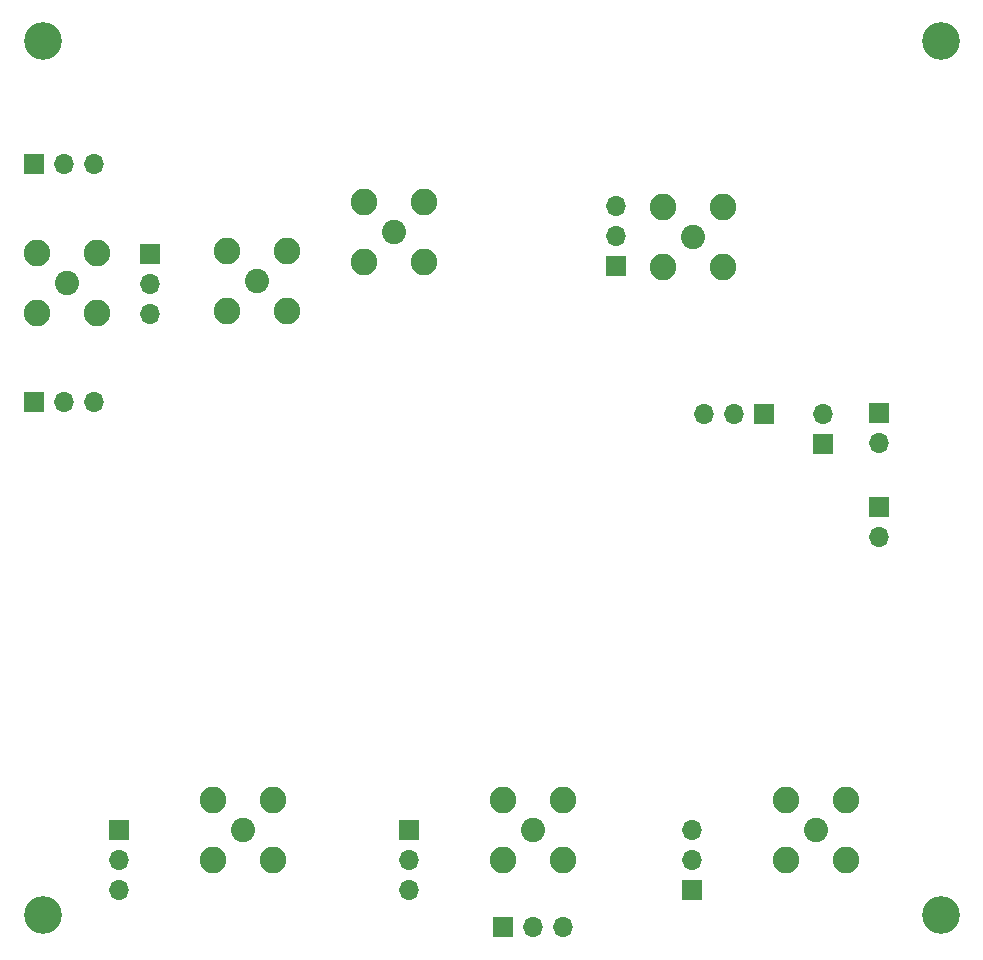
<source format=gbr>
%TF.GenerationSoftware,KiCad,Pcbnew,7.0.7*%
%TF.CreationDate,2023-11-17T01:25:33+08:00*%
%TF.ProjectId,Isolated Power Supply and LDO Verification,49736f6c-6174-4656-9420-506f77657220,rev?*%
%TF.SameCoordinates,Original*%
%TF.FileFunction,Soldermask,Bot*%
%TF.FilePolarity,Negative*%
%FSLAX46Y46*%
G04 Gerber Fmt 4.6, Leading zero omitted, Abs format (unit mm)*
G04 Created by KiCad (PCBNEW 7.0.7) date 2023-11-17 01:25:33*
%MOMM*%
%LPD*%
G01*
G04 APERTURE LIST*
%ADD10C,2.050000*%
%ADD11C,2.250000*%
%ADD12R,1.700000X1.700000*%
%ADD13O,1.700000X1.700000*%
%ADD14C,3.200000*%
G04 APERTURE END LIST*
D10*
%TO.C,J107*%
X126700000Y-48140000D03*
D11*
X124160000Y-45600000D03*
X124160000Y-50680000D03*
X129240000Y-45600000D03*
X129240000Y-50680000D03*
%TD*%
D12*
%TO.C,J102*%
X96215000Y-62520000D03*
D13*
X98755000Y-62520000D03*
X101295000Y-62520000D03*
%TD*%
D12*
%TO.C,J103*%
X167790000Y-63500000D03*
D13*
X167790000Y-66040000D03*
%TD*%
D14*
%TO.C,H103*%
X173000000Y-106000000D03*
%TD*%
D10*
%TO.C,J116*%
X162460000Y-98790000D03*
D11*
X165000000Y-96250000D03*
X159920000Y-96250000D03*
X165000000Y-101330000D03*
X159920000Y-101330000D03*
%TD*%
D10*
%TO.C,J104*%
X99000000Y-52460000D03*
D11*
X96460000Y-49920000D03*
X96460000Y-55000000D03*
X101540000Y-49920000D03*
X101540000Y-55000000D03*
%TD*%
D12*
%TO.C,J113*%
X103460000Y-98750000D03*
D13*
X103460000Y-101290000D03*
X103460000Y-103830000D03*
%TD*%
D10*
%TO.C,J109*%
X113960000Y-98790000D03*
D11*
X116500000Y-96250000D03*
X111420000Y-96250000D03*
X116500000Y-101330000D03*
X111420000Y-101330000D03*
%TD*%
D10*
%TO.C,J115*%
X152000000Y-48540000D03*
D11*
X149460000Y-46000000D03*
X149460000Y-51080000D03*
X154540000Y-46000000D03*
X154540000Y-51080000D03*
%TD*%
D12*
%TO.C,J106*%
X106040000Y-49995000D03*
D13*
X106040000Y-52535000D03*
X106040000Y-55075000D03*
%TD*%
D12*
%TO.C,J105*%
X158040000Y-63540000D03*
D13*
X155500000Y-63540000D03*
X152960000Y-63540000D03*
%TD*%
D10*
%TO.C,J108*%
X115100000Y-52340000D03*
D11*
X112560000Y-49800000D03*
X112560000Y-54880000D03*
X117640000Y-49800000D03*
X117640000Y-54880000D03*
%TD*%
D12*
%TO.C,J118*%
X163000000Y-66080000D03*
D13*
X163000000Y-63540000D03*
%TD*%
D12*
%TO.C,J114*%
X145540000Y-51040000D03*
D13*
X145540000Y-48500000D03*
X145540000Y-45960000D03*
%TD*%
D12*
%TO.C,J101*%
X96215000Y-42420000D03*
D13*
X98755000Y-42420000D03*
X101295000Y-42420000D03*
%TD*%
D12*
%TO.C,J112*%
X135920001Y-107000000D03*
D13*
X138460001Y-107000000D03*
X141000001Y-107000000D03*
%TD*%
D10*
%TO.C,J110*%
X138460000Y-98790000D03*
D11*
X135920000Y-101330000D03*
X141000000Y-101330000D03*
X135920000Y-96250000D03*
X141000000Y-96250000D03*
%TD*%
D12*
%TO.C,J117*%
X151960000Y-103830000D03*
D13*
X151960000Y-101290000D03*
X151960000Y-98750000D03*
%TD*%
D12*
%TO.C,BT101*%
X167790000Y-71460000D03*
D13*
X167790000Y-74000000D03*
%TD*%
D12*
%TO.C,J111*%
X127960000Y-98750000D03*
D13*
X127960000Y-101290000D03*
X127960000Y-103830000D03*
%TD*%
D14*
%TO.C,H101*%
X97000000Y-32000000D03*
%TD*%
%TO.C,H102*%
X173000000Y-32000000D03*
%TD*%
%TO.C,H104*%
X97000000Y-106000000D03*
%TD*%
M02*

</source>
